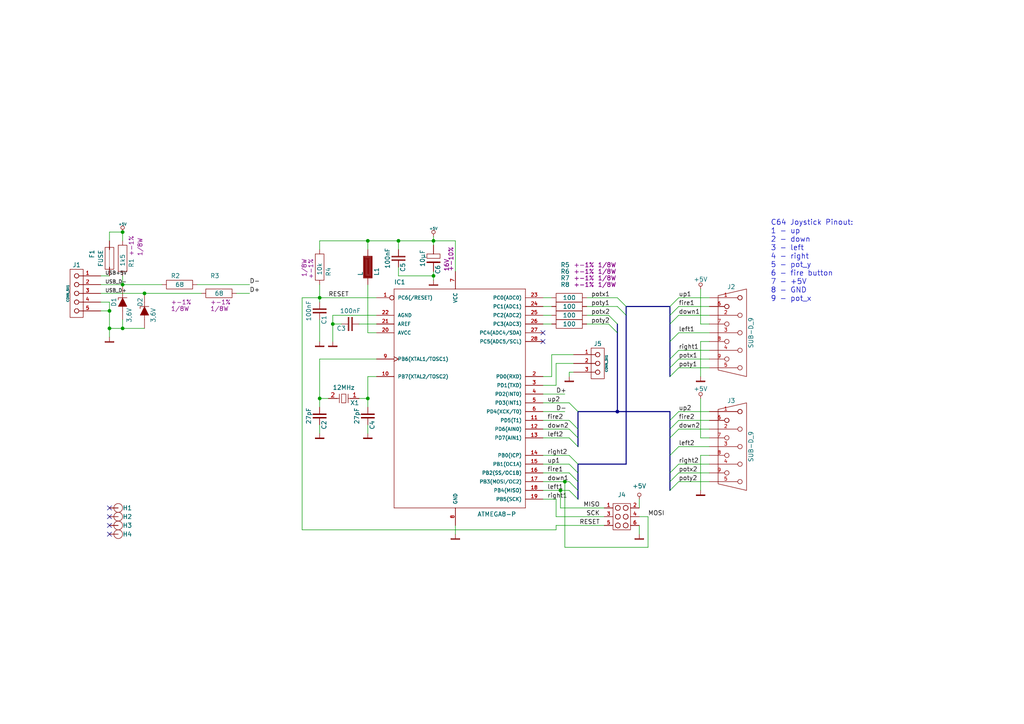
<source format=kicad_sch>
(kicad_sch (version 20231120) (generator "eeschema") (generator_version "8.0")
  (paper "A4")
  (title_block (title "C64 Dual Joystick Adapter USB") (date "2025-01-02") (rev "1") (company "irqmask"))
  (lib_symbols
    (symbol "connectors:CONN_3X1" (pin_names (offset 1.016) hide)
      (property "Reference" "J" (at 1.905 5.715 0))
      (property "Value" "CONN_3X1" (at 4.445 0 90))
      (symbol "CONN_3X1_0_1"
        (rectangle (start 0 4.445) (end 3.81 -4.445))
      )
      (symbol "CONN_3X1_1_1"
        (pin passive inverted (at -5.08 2.54 0) (length 7.62) (name "1") (number "1"))
        (pin passive inverted (at -5.08 0 0) (length 7.62) (name "2") (number "2"))
        (pin input inverted (at -5.08 -2.54 0) (length 7.62) (name "3") (number "3"))
      )
    )
    (symbol "connectors:CONN_3X2" (pin_names (offset 1.016) hide)
      (property "Reference" "J" (at 0 5.08 0))
      (property "Value" "CONN_3X2" (at 0 -5.08 0))
      (symbol "CONN_3X2_0_1"
        (rectangle (start -2.54 3.81) (end 2.54 -3.81))
        (circle (center -1.143 -2.54) (radius 0.7112))
        (circle (center -1.143 -2.54) (radius 0.7112))
        (circle (center -1.143 0) (radius 0.7112))
        (circle (center -1.143 0) (radius 0.7112))
        (circle (center -1.143 2.54) (radius 0.7112))
        (circle (center -1.143 2.54) (radius 0.7112))
        (circle (center 1.143 -2.54) (radius 0.7112))
        (circle (center 1.143 -2.54) (radius 0.7112))
        (circle (center 1.143 0) (radius 0.7112))
        (circle (center 1.143 0) (radius 0.7112))
        (circle (center 1.143 2.54) (radius 0.7112))
        (circle (center 1.143 2.54) (radius 0.7112))
        (pin passive line (at -5.08 2.54 0) (length 2.54) (name "1") (number "1"))
        (pin passive line (at 5.08 2.54 180) (length 2.54) (name "2") (number "2"))
        (pin passive line (at -5.08 0 0) (length 2.54) (name "3") (number "3"))
        (pin passive line (at 5.08 0 180) (length 2.54) (name "4") (number "4"))
        (pin passive line (at -5.08 -2.54 0) (length 2.54) (name "5") (number "5"))
        (pin passive line (at 5.08 -2.54 180) (length 2.54) (name "6") (number "6"))
      )
    )
    (symbol "connectors:CONN_5X1" (pin_names (offset 1.016) hide)
      (property "Reference" "J" (at 1.905 8.255 0))
      (property "Value" "CONN_5X1" (at 4.445 0 90))
      (symbol "CONN_5X1_0_1"
        (rectangle (start 0 6.985) (end 3.81 -6.985))
      )
      (symbol "CONN_5X1_1_1"
        (pin passive inverted (at -5.08 5.08 0) (length 7.62) (name "1") (number "1"))
        (pin passive inverted (at -5.08 2.54 0) (length 7.62) (name "2") (number "2"))
        (pin input inverted (at -5.08 0 0) (length 7.62) (name "3") (number "3"))
        (pin input inverted (at -5.08 -2.54 0) (length 7.62) (name "4") (number "4"))
        (pin input inverted (at -5.08 -5.08 0) (length 7.62) (name "5") (number "5"))
      )
    )
    (symbol "ics_controller_atmel:ATMEGA8-P" (pin_names (offset 1.016))
      (property "Reference" "IC" (at -17.78 31.75 0))
      (property "Value" "ATMEGA8-P" (at 6.35 -35.56 0))
      (symbol "ATMEGA8-P_1_0"
        (polyline (pts (xy -17.78 -33.02) (xy -17.78 30.48)))
        (polyline (pts (xy -17.78 30.48) (xy 20.32 30.48)))
        (polyline (pts (xy 20.32 -33.02) (xy -17.78 -33.02)))
        (polyline (pts (xy 20.32 30.48) (xy 20.32 -33.02)))
      )
      (symbol "ATMEGA8-P_1_1"
        (pin bidirectional inverted (at -22.86 27.94 0) (length 5.08) (name "PC6(/RESET)") (number "1"))
        (pin bidirectional line (at -22.86 5.08 0) (length 5.08) (name "PB7(XTAL2/TOSC2)") (number "10"))
        (pin bidirectional line (at 25.4 -7.62 180) (length 5.08) (name "PD5(T1)") (number "11"))
        (pin bidirectional line (at 25.4 -10.16 180) (length 5.08) (name "PD6(AIN0)") (number "12"))
        (pin bidirectional line (at 25.4 -12.7 180) (length 5.08) (name "PD7(AIN1)") (number "13"))
        (pin bidirectional line (at 25.4 -17.78 180) (length 5.08) (name "PB0(ICP)") (number "14"))
        (pin bidirectional line (at 25.4 -20.32 180) (length 5.08) (name "PB1(OC1A)") (number "15"))
        (pin bidirectional line (at 25.4 -22.86 180) (length 5.08) (name "PB2(SS/OC1B)") (number "16"))
        (pin bidirectional line (at 25.4 -25.4 180) (length 5.08) (name "PB3(MOSI/OC2)") (number "17"))
        (pin bidirectional line (at 25.4 -27.94 180) (length 5.08) (name "PB4(MISO)") (number "18"))
        (pin bidirectional line (at 25.4 -30.48 180) (length 5.08) (name "PB5(SCK)") (number "19"))
        (pin bidirectional line (at 25.4 5.08 180) (length 5.08) (name "PD0(RXD)") (number "2"))
        (pin bidirectional line (at -22.86 17.78 0) (length 5.08) (name "AVCC") (number "20"))
        (pin bidirectional line (at -22.86 20.32 0) (length 5.08) (name "AREF") (number "21"))
        (pin bidirectional line (at -22.86 22.86 0) (length 5.08) (name "AGND") (number "22"))
        (pin bidirectional line (at 25.4 27.94 180) (length 5.08) (name "PC0(ADC0)") (number "23"))
        (pin bidirectional line (at 25.4 25.4 180) (length 5.08) (name "PC1(ADC1)") (number "24"))
        (pin bidirectional line (at 25.4 22.86 180) (length 5.08) (name "PC2(ADC2)") (number "25"))
        (pin bidirectional line (at 25.4 20.32 180) (length 5.08) (name "PC3(ADC3)") (number "26"))
        (pin bidirectional line (at 25.4 17.78 180) (length 5.08) (name "PC4(ADC4/SDA)") (number "27"))
        (pin bidirectional line (at 25.4 15.24 180) (length 5.08) (name "PC5(ADC5/SCL)") (number "28"))
        (pin bidirectional line (at 25.4 2.54 180) (length 5.08) (name "PD1(TXD)") (number "3"))
        (pin bidirectional line (at 25.4 0 180) (length 5.08) (name "PD2(INT0)") (number "4"))
        (pin bidirectional line (at 25.4 -2.54 180) (length 5.08) (name "PD3(INT1)") (number "5"))
        (pin bidirectional line (at 25.4 -5.08 180) (length 5.08) (name "PD4(XCK/T0)") (number "6"))
        (pin bidirectional line (at 0 35.56 270) (length 5.08) (name "VCC") (number "7"))
        (pin bidirectional line (at 0 -38.1 90) (length 5.08) (name "GND") (number "8"))
        (pin bidirectional clock (at -22.86 10.16 0) (length 5.08) (name "PB6(XTAL1/TOSC1)") (number "9"))
      )
    )
    (symbol "power1:+5V" (power) (pin_names (offset 1.016))
      (property "Value" "+5V" (at 0 2.794 0))
      (symbol "+5V_0_0"
        (pin power_in line (at 0 0 90) (length 0) hide (name "+5V") (number "1"))
      )
      (symbol "+5V_0_1"
        (polyline (pts (xy 0 0) (xy 0 0.762) (xy 0 0.762) (xy 0 0.762)))
        (circle (center 0 1.27) (radius 0.508))
      )
    )
    (symbol "power1:GND" (power) (pin_names (offset 0.254))
      (symbol "GND_0_1"
        (polyline (pts (xy 0 0) (xy 0 -1.27) (xy 0 -1.27)))
        (polyline (pts (xy 1.27 -1.397) (xy -1.27 -1.397) (xy -1.27 -1.397)))
        (polyline (pts (xy 1.27 -1.27) (xy -1.27 -1.27) (xy -1.27 -1.27)))
        (polyline (pts (xy 1.27 -1.27) (xy 1.27 -1.524) (xy -1.27 -1.524) (xy -1.27 -1.27) (xy -1.27 -1.27)))
      )
      (symbol "GND_1_1"
        (pin power_in line (at 0 0 90) (length 0) hide (name "GND") (number "1"))
      )
    )
    (symbol "standard:C" (pin_numbers hide) (pin_names (offset 1.016) hide)
      (property "Reference" "C" (at 1.27 1.27 0))
      (property "Value" "C" (at 0 -3.175 0))
      (symbol "C_0_1"
        (polyline (pts (xy -0.508 -1.905) (xy -0.508 1.905) (xy -0.508 1.905)))
        (polyline (pts (xy -0.381 -1.905) (xy -0.635 -1.905) (xy -0.635 -1.905)))
        (polyline (pts (xy -0.381 1.905) (xy -0.635 1.905) (xy -0.635 1.905)))
        (polyline (pts (xy -0.381 1.905) (xy -0.381 -1.905) (xy -0.381 -1.905)))
        (polyline (pts (xy 0.381 1.905) (xy 0.381 -1.905) (xy 0.381 -1.905)))
        (polyline (pts (xy 0.508 -1.905) (xy 0.508 1.905) (xy 0.508 1.905)))
        (polyline (pts (xy 0.635 -1.905) (xy 0.381 -1.905) (xy 0.381 -1.905)))
        (polyline (pts (xy 0.635 -1.905) (xy 0.635 1.905) (xy 0.635 1.905)))
        (polyline (pts (xy 0.635 1.905) (xy 0.381 1.905) (xy 0.381 1.905)))
        (polyline (pts (xy -0.635 1.905) (xy -0.635 -1.905) (xy -0.635 -1.905) (xy -0.635 -1.905)))
      )
      (symbol "C_1_1"
        (pin input line (at -2.54 0 0) (length 1.905) (name "1") (number "1"))
        (pin input line (at 2.54 0 180) (length 1.905) (name "2") (number "2"))
      )
    )
    (symbol "standard:CP" (pin_numbers hide) (pin_names (offset 1.016) hide)
      (property "Reference" "C" (at 0 -3.175 0))
      (property "Value" "CP" (at 0 3.175 0))
      (property "Voltage" "35V" (at 0 4.826 0))
      (property "Tolrance" "+-10%" (at 0 6.477 0))
      (symbol "CP_0_1"
        (polyline (pts (xy 1.016 -1.905) (xy 1.27 -1.905) (xy 1.27 -1.905)))
        (polyline (pts (xy 1.016 1.905) (xy 1.27 1.905) (xy 1.27 1.905)))
        (polyline (pts (xy 1.143 1.905) (xy 1.143 -1.905) (xy 1.143 -1.905)))
        (polyline (pts (xy 1.27 -1.905) (xy 1.27 1.905) (xy 1.27 1.905)))
        (polyline (pts (xy 1.016 1.905) (xy 1.016 -1.905) (xy 1.016 -1.905) (xy 1.016 -1.905)))
        (polyline (pts (xy 1.016 1.27) (xy 1.016 -1.27) (xy 1.016 -1.27) (xy 1.016 -1.27) (xy 1.016 -1.27) (xy 1.016 -1.27)))
        (rectangle (start 0 1.905) (end -1.27 -1.905))
      )
      (symbol "CP_1_1"
        (pin input line (at -3.81 0 0) (length 2.54) (name "1") (number "1"))
        (pin input line (at 3.81 0 180) (length 2.54) (name "2") (number "2"))
      )
    )
    (symbol "standard:CRYSTAL" (pin_names (offset 1.016))
      (property "Reference" "U" (at 4.445 2.54 0))
      (property "Value" "CRYSTAL" (at 4.445 -2.54 0))
      (symbol "CRYSTAL_0_1"
        (polyline (pts (xy 2.54 0) (xy 3.175 0) (xy 3.175 0)))
        (polyline (pts (xy 3.175 1.27) (xy 3.175 -1.27) (xy 3.175 -1.27)))
        (polyline (pts (xy 5.715 1.27) (xy 5.715 -1.27) (xy 5.715 -1.27)))
        (polyline (pts (xy 6.35 0) (xy 5.715 0) (xy 5.715 0)))
        (rectangle (start 3.81 1.27) (end 5.08 -1.27))
      )
      (symbol "CRYSTAL_1_1"
        (pin output line (at 0 0 0) (length 2.54) (name "~") (number "1"))
        (pin output line (at 8.89 0 180) (length 2.54) (name "~") (number "2"))
      )
    )
    (symbol "standard:HOLE" (pin_numbers hide) (pin_names (offset 1.016) hide)
      (property "Reference" "H" (at 2.54 0 0))
      (symbol "HOLE_0_1"
        (circle (center 1.27 0) (radius 1.27))
      )
      (symbol "HOLE_1_1"
        (pin unspecified line (at -1.27 0 0) (length 2.54) (name "~") (number "1"))
      )
    )
    (symbol "standard:L" (pin_numbers hide) (pin_names (offset 1.016) hide)
      (property "Reference" "L" (at -2.54 -2.54 0))
      (property "Value" "L" (at -2.54 2.159 0))
      (symbol "L_0_1"
        (rectangle (start -3.175 1.27) (end 3.175 -1.27))
        (rectangle (start -2.921 1.016) (end 2.921 -1.016))
        (rectangle (start -2.667 0.762) (end 2.667 -0.762))
        (rectangle (start -2.413 0.508) (end 2.413 -0.508))
        (rectangle (start -2.159 0.254) (end 2.159 -0.254))
        (rectangle (start -1.905 0) (end 1.905 0))
        (rectangle (start 2.032 -0.127) (end -2.032 0.127))
        (rectangle (start 2.286 -0.381) (end -2.286 0.381))
        (rectangle (start 2.54 -0.635) (end -2.54 0.635))
        (rectangle (start 2.794 -0.889) (end -2.794 0.889))
        (rectangle (start 3.048 -1.143) (end -3.048 1.143))
      )
      (symbol "L_1_1"
        (pin bidirectional line (at -5.08 0 0) (length 1.905) (name "1") (number "1"))
        (pin bidirectional line (at 5.08 0 180) (length 1.905) (name "2") (number "2"))
      )
    )
    (symbol "standard:R" (pin_numbers hide) (pin_names (offset 1.016) hide)
      (property "Reference" "R" (at 0 -2.54 0))
      (property "Value" "R" (at 0 0 0))
      (symbol "R_0_1"
        (rectangle (start -3.81 1.27) (end 3.81 -1.27))
      )
      (symbol "R_1_1"
        (pin passive line (at -5.08 0 0) (length 1.27) (name "1") (number "1"))
        (pin passive line (at 5.08 0 180) (length 1.27) (name "2") (number "2"))
      )
    )
    (symbol "standard:ZD" (pin_numbers hide) (pin_names (offset 1.016) hide)
      (property "Reference" "D" (at 0 2.54 0))
      (property "Value" "ZD" (at 0 -1.905 0))
      (symbol "ZD_0_1"
        (polyline (pts (xy -1.27 0) (xy -2.54 0) (xy -2.54 0)))
        (polyline (pts (xy 1.27 -1.27) (xy 1.27 1.27) (xy 0.635 1.27)))
        (polyline (pts (xy 1.27 0) (xy -1.27 -1.27) (xy -1.27 1.27) (xy 1.27 0) (xy 1.27 0)) (stroke (width 0.0254)) (fill (type outline)))
        (polyline (pts (xy 2.54 0) (xy 1.27 0) (xy 1.27 0) (xy 1.27 0) (xy 1.27 0)))
      )
      (symbol "ZD_1_1"
        (pin input line (at -5.08 0 0) (length 2.54) (name "A") (number "1"))
        (pin input line (at 5.08 0 180) (length 2.54) (name "C") (number "2"))
      )
    )
    (symbol "c64-dual-joystick-usb-rescue:FUSE" (pin_numbers hide) (pin_names (offset 1.016) hide)
      (property "Reference" "F" (at 0 2.54 0))
      (property "Value" "FUSE" (at 0 -2.54 0))
      (symbol "FUSE_0_1"
        (rectangle (start -3.175 1.27) (end 3.175 -1.27) (stroke (width 0.1524)))
        (polyline (pts (xy -3.175 0) (xy 3.175 0) (xy 3.175 0)) (stroke (width 0.1016)))
      )
      (symbol "FUSE_1_1"
        (pin input line (at -5.08 0 0) (length 2.54) (name "1") (number "1"))
        (pin input line (at 5.08 0 180) (length 2.54) (name "2") (number "2"))
      )
    )
    (symbol "c64-dual-joystick-usb-rescue:SUB-D_9" (pin_names (offset 1.016) hide)
      (property "Reference" "J" (at 0 13.335 0))
      (property "Value" "SUB-D_9" (at 5.715 0 90))
      (symbol "SUB-D_9_0_1"
        (polyline (pts (xy -3.81 10.795) (xy 4.445 12.7) (xy 4.445 -12.7) (xy -3.81 -10.795) (xy -3.81 10.795) (xy -3.81 10.795)))
      )
      (symbol "SUB-D_9_1_1"
        (pin passive inverted (at -6.35 10.16 0) (length 9.525) (name "1") (number "1"))
        (pin passive inverted (at -6.35 10.16 0) (length 9.525) (name "1") (number "1"))
        (pin input inverted (at -6.35 5.08 0) (length 9.525) (name "2") (number "2"))
        (pin input inverted (at -6.35 0 0) (length 9.525) (name "3") (number "3"))
        (pin input inverted (at -6.35 -5.08 0) (length 9.525) (name "4") (number "4"))
        (pin input inverted (at -6.35 -10.16 0) (length 9.525) (name "5") (number "5"))
        (pin passive inverted (at -6.35 7.62 0) (length 5.715) (name "6") (number "6"))
        (pin passive inverted (at -6.35 7.62 0) (length 5.715) (name "6") (number "6"))
        (pin input inverted (at -6.35 2.54 0) (length 5.715) (name "7") (number "7"))
        (pin input inverted (at -6.35 -2.54 0) (length 5.715) (name "8") (number "8"))
        (pin input inverted (at -6.35 -7.62 0) (length 5.715) (name "9") (number "9"))
      )
    )
  )
  (junction (at 92.71 115.57))
  (junction (at 125.73 69.85))
  (junction (at 35.56 95.25))
  (junction (at 162.56 142.24))
  (junction (at 163.83 139.7))
  (junction (at 31.75 95.25))
  (junction (at 179.07 119.38))
  (junction (at 96.52 93.98))
  (junction (at 35.56 82.55))
  (junction (at 106.68 69.85))
  (junction (at 41.91 85.09))
  (junction (at 106.68 115.57))
  (junction (at 125.73 80.01))
  (junction (at 35.56 67.31))
  (junction (at 92.71 86.36))
  (junction (at 31.75 90.17))
  (junction (at 115.57 69.85))
  (no_connect (at 31.75 154.94))
  (no_connect (at 157.48 96.52))
  (no_connect (at 31.75 149.86))
  (no_connect (at 157.48 99.06))
  (no_connect (at 31.75 152.4))
  (no_connect (at 31.75 147.32))
  (bus_entry (at 165.1 121.92) (size 2.54 2.54))
  (bus_entry (at 194.31 88.9) (size 2.54 -2.54))
  (bus_entry (at 194.31 93.98) (size 2.54 -2.54))
  (bus_entry (at 176.53 91.44) (size 2.54 2.54))
  (bus_entry (at 179.07 86.36) (size 2.54 2.54))
  (bus_entry (at 194.31 132.08) (size 2.54 -2.54))
  (bus_entry (at 194.31 142.24) (size 2.54 -2.54))
  (bus_entry (at 194.31 104.14) (size 2.54 -2.54))
  (bus_entry (at 194.31 124.46) (size 2.54 -2.54))
  (bus_entry (at 194.31 139.7) (size 2.54 -2.54))
  (bus_entry (at 176.53 93.98) (size 2.54 2.54))
  (bus_entry (at 165.1 127) (size 2.54 2.54))
  (bus_entry (at 194.31 91.44) (size 2.54 -2.54))
  (bus_entry (at 179.07 88.9) (size 2.54 2.54))
  (bus_entry (at 165.1 124.46) (size 2.54 2.54))
  (bus_entry (at 194.31 106.68) (size 2.54 -2.54))
  (bus_entry (at 194.31 99.06) (size 2.54 -2.54))
  (bus_entry (at 165.1 132.08) (size 2.54 2.54))
  (bus_entry (at 165.1 139.7) (size 2.54 2.54))
  (bus_entry (at 194.31 137.16) (size 2.54 -2.54))
  (bus_entry (at 194.31 121.92) (size 2.54 -2.54))
  (bus_entry (at 165.1 142.24) (size 2.54 2.54))
  (bus_entry (at 194.31 109.22) (size 2.54 -2.54))
  (bus_entry (at 194.31 127) (size 2.54 -2.54))
  (bus_entry (at 165.1 134.62) (size 2.54 2.54))
  (bus_entry (at 165.1 116.84) (size 2.54 2.54))
  (bus_entry (at 165.1 137.16) (size 2.54 2.54))
  (wire (pts (xy 31.75 95.25) (xy 35.56 95.25)))
  (wire (pts (xy 132.08 154.94) (xy 132.08 152.4)))
  (wire (pts (xy 196.85 129.54) (xy 205.74 129.54)))
  (wire (pts (xy 46.99 82.55) (xy 35.56 82.55)))
  (wire (pts (xy 162.56 142.24) (xy 165.1 142.24)))
  (wire (pts (xy 179.07 86.36) (xy 170.18 86.36)))
  (wire (pts (xy 41.91 85.09) (xy 29.21 85.09)))
  (wire (pts (xy 205.74 124.46) (xy 196.85 124.46)))
  (wire (pts (xy 31.75 95.25) (xy 31.75 97.79)))
  (wire (pts (xy 31.75 69.85) (xy 31.75 67.31)))
  (wire (pts (xy 161.29 144.78) (xy 157.48 144.78)))
  (wire (pts (xy 157.48 86.36) (xy 160.02 86.36)))
  (wire (pts (xy 157.48 132.08) (xy 165.1 132.08)))
  (wire (pts (xy 29.21 87.63) (xy 31.75 87.63)))
  (bus (pts (xy 194.31 127) (xy 194.31 132.08)))
  (wire (pts (xy 196.85 104.14) (xy 205.74 104.14)))
  (wire (pts (xy 92.71 69.85) (xy 106.68 69.85)))
  (wire (pts (xy 157.48 88.9) (xy 160.02 88.9)))
  (wire (pts (xy 185.42 152.4) (xy 185.42 154.94)))
  (bus (pts (xy 194.31 88.9) (xy 181.61 88.9)))
  (wire (pts (xy 161.29 149.86) (xy 161.29 144.78)))
  (bus (pts (xy 167.64 142.24) (xy 167.64 144.78)))
  (wire (pts (xy 115.57 69.85) (xy 115.57 72.39)))
  (wire (pts (xy 185.42 144.78) (xy 185.42 147.32)))
  (wire (pts (xy 205.74 93.98) (xy 203.2 93.98)))
  (wire (pts (xy 29.21 90.17) (xy 31.75 90.17)))
  (bus (pts (xy 167.64 137.16) (xy 167.64 139.7)))
  (wire (pts (xy 196.85 121.92) (xy 205.74 121.92)))
  (wire (pts (xy 157.48 124.46) (xy 165.1 124.46)))
  (bus (pts (xy 194.31 121.92) (xy 194.31 124.46)))
  (wire (pts (xy 162.56 147.32) (xy 162.56 142.24)))
  (wire (pts (xy 72.39 85.09) (xy 68.58 85.09)))
  (wire (pts (xy 161.29 152.4) (xy 161.29 153.67)))
  (wire (pts (xy 92.71 86.36) (xy 87.63 86.36)))
  (wire (pts (xy 125.73 80.01) (xy 125.73 81.28)))
  (wire (pts (xy 205.74 86.36) (xy 196.85 86.36)))
  (bus (pts (xy 194.31 119.38) (xy 179.07 119.38)))
  (wire (pts (xy 157.48 127) (xy 165.1 127)))
  (bus (pts (xy 167.64 139.7) (xy 167.64 142.24)))
  (wire (pts (xy 31.75 67.31) (xy 35.56 67.31)))
  (bus (pts (xy 167.64 127) (xy 167.64 129.54)))
  (wire (pts (xy 115.57 80.01) (xy 115.57 77.47)))
  (wire (pts (xy 175.26 149.86) (xy 161.29 149.86)))
  (wire (pts (xy 196.85 101.6) (xy 205.74 101.6)))
  (wire (pts (xy 95.25 115.57) (xy 92.71 115.57)))
  (wire (pts (xy 109.22 96.52) (xy 106.68 96.52)))
  (wire (pts (xy 106.68 109.22) (xy 109.22 109.22)))
  (wire (pts (xy 157.48 114.3) (xy 163.83 114.3)))
  (wire (pts (xy 203.2 93.98) (xy 203.2 83.82)))
  (bus (pts (xy 167.64 134.62) (xy 167.64 137.16)))
  (wire (pts (xy 92.71 82.55) (xy 92.71 86.36)))
  (wire (pts (xy 125.73 80.01) (xy 115.57 80.01)))
  (wire (pts (xy 165.1 107.95) (xy 165.1 109.22)))
  (wire (pts (xy 157.48 119.38) (xy 163.83 119.38)))
  (wire (pts (xy 170.18 93.98) (xy 176.53 93.98)))
  (bus (pts (xy 194.31 91.44) (xy 194.31 88.9)))
  (wire (pts (xy 92.71 69.85) (xy 92.71 72.39)))
  (wire (pts (xy 35.56 82.55) (xy 35.56 80.01)))
  (wire (pts (xy 106.68 123.19) (xy 106.68 125.73)))
  (bus (pts (xy 194.31 93.98) (xy 194.31 91.44)))
  (wire (pts (xy 109.22 91.44) (xy 96.52 91.44)))
  (wire (pts (xy 57.15 82.55) (xy 72.39 82.55)))
  (wire (pts (xy 203.2 99.06) (xy 205.74 99.06)))
  (wire (pts (xy 157.48 93.98) (xy 160.02 93.98)))
  (wire (pts (xy 196.85 91.44) (xy 205.74 91.44)))
  (wire (pts (xy 166.37 107.95) (xy 165.1 107.95)))
  (wire (pts (xy 35.56 82.55) (xy 29.21 82.55)))
  (wire (pts (xy 157.48 137.16) (xy 165.1 137.16)))
  (bus (pts (xy 194.31 106.68) (xy 194.31 104.14)))
  (wire (pts (xy 196.85 88.9) (xy 205.74 88.9)))
  (wire (pts (xy 157.48 91.44) (xy 160.02 91.44)))
  (wire (pts (xy 161.29 111.76) (xy 161.29 105.41)))
  (wire (pts (xy 205.74 139.7) (xy 196.85 139.7)))
  (bus (pts (xy 194.31 132.08) (xy 194.31 137.16)))
  (bus (pts (xy 194.31 119.38) (xy 194.31 121.92)))
  (wire (pts (xy 132.08 69.85) (xy 132.08 78.74)))
  (wire (pts (xy 35.56 95.25) (xy 41.91 95.25)))
  (wire (pts (xy 163.83 139.7) (xy 163.83 158.75)))
  (wire (pts (xy 87.63 153.67) (xy 161.29 153.67)))
  (wire (pts (xy 109.22 93.98) (xy 104.14 93.98)))
  (bus (pts (xy 167.64 124.46) (xy 167.64 127)))
  (wire (pts (xy 92.71 99.06) (xy 92.71 92.71)))
  (wire (pts (xy 157.48 134.62) (xy 165.1 134.62)))
  (bus (pts (xy 194.31 137.16) (xy 194.31 139.7)))
  (wire (pts (xy 125.73 68.58) (xy 125.73 69.85)))
  (wire (pts (xy 196.85 96.52) (xy 205.74 96.52)))
  (wire (pts (xy 170.18 91.44) (xy 176.53 91.44)))
  (wire (pts (xy 31.75 90.17) (xy 31.75 95.25)))
  (wire (pts (xy 96.52 93.98) (xy 99.06 93.98)))
  (wire (pts (xy 161.29 152.4) (xy 175.26 152.4)))
  (wire (pts (xy 35.56 92.71) (xy 35.56 95.25)))
  (wire (pts (xy 203.2 127) (xy 203.2 115.57)))
  (bus (pts (xy 194.31 104.14) (xy 194.31 99.06)))
  (wire (pts (xy 58.42 85.09) (xy 41.91 85.09)))
  (wire (pts (xy 106.68 118.11) (xy 106.68 115.57)))
  (wire (pts (xy 35.56 67.31) (xy 35.56 69.85)))
  (wire (pts (xy 104.14 115.57) (xy 106.68 115.57)))
  (wire (pts (xy 106.68 69.85) (xy 106.68 72.39)))
  (wire (pts (xy 205.74 137.16) (xy 196.85 137.16)))
  (wire (pts (xy 157.48 121.92) (xy 165.1 121.92)))
  (wire (pts (xy 157.48 142.24) (xy 162.56 142.24)))
  (wire (pts (xy 203.2 109.22) (xy 203.2 99.06)))
  (wire (pts (xy 157.48 109.22) (xy 160.02 109.22)))
  (wire (pts (xy 187.96 149.86) (xy 187.96 158.75)))
  (wire (pts (xy 161.29 105.41) (xy 166.37 105.41)))
  (wire (pts (xy 96.52 93.98) (xy 96.52 99.06)))
  (wire (pts (xy 160.02 102.87) (xy 166.37 102.87)))
  (bus (pts (xy 194.31 99.06) (xy 194.31 93.98)))
  (wire (pts (xy 87.63 86.36) (xy 87.63 153.67)))
  (wire (pts (xy 125.73 69.85) (xy 125.73 71.12)))
  (wire (pts (xy 157.48 139.7) (xy 163.83 139.7)))
  (bus (pts (xy 167.64 119.38) (xy 167.64 124.46)))
  (wire (pts (xy 109.22 104.14) (xy 92.71 104.14)))
  (wire (pts (xy 31.75 87.63) (xy 31.75 90.17)))
  (bus (pts (xy 179.07 96.52) (xy 179.07 93.98)))
  (wire (pts (xy 205.74 127) (xy 203.2 127)))
  (wire (pts (xy 175.26 147.32) (xy 162.56 147.32)))
  (wire (pts (xy 109.22 86.36) (xy 92.71 86.36)))
  (wire (pts (xy 185.42 149.86) (xy 187.96 149.86)))
  (wire (pts (xy 29.21 80.01) (xy 31.75 80.01)))
  (bus (pts (xy 181.61 134.62) (xy 181.61 91.44)))
  (wire (pts (xy 92.71 104.14) (xy 92.71 115.57)))
  (wire (pts (xy 106.68 96.52) (xy 106.68 82.55)))
  (wire (pts (xy 96.52 91.44) (xy 96.52 93.98)))
  (wire (pts (xy 163.83 158.75) (xy 187.96 158.75)))
  (bus (pts (xy 194.31 139.7) (xy 194.31 142.24)))
  (wire (pts (xy 125.73 78.74) (xy 125.73 80.01)))
  (wire (pts (xy 163.83 139.7) (xy 165.1 139.7)))
  (bus (pts (xy 194.31 124.46) (xy 194.31 127)))
  (wire (pts (xy 106.68 115.57) (xy 106.68 109.22)))
  (wire (pts (xy 203.2 142.24) (xy 203.2 132.08)))
  (wire (pts (xy 203.2 132.08) (xy 205.74 132.08)))
  (wire (pts (xy 157.48 116.84) (xy 165.1 116.84)))
  (wire (pts (xy 125.73 69.85) (xy 132.08 69.85)))
  (wire (pts (xy 205.74 106.68) (xy 196.85 106.68)))
  (wire (pts (xy 160.02 109.22) (xy 160.02 102.87)))
  (wire (pts (xy 92.71 123.19) (xy 92.71 125.73)))
  (wire (pts (xy 205.74 119.38) (xy 196.85 119.38)))
  (wire (pts (xy 92.71 115.57) (xy 92.71 118.11)))
  (bus (pts (xy 181.61 91.44) (xy 181.61 88.9)))
  (bus (pts (xy 179.07 119.38) (xy 167.64 119.38)))
  (wire (pts (xy 157.48 111.76) (xy 161.29 111.76)))
  (wire (pts (xy 106.68 69.85) (xy 115.57 69.85)))
  (wire (pts (xy 92.71 86.36) (xy 92.71 87.63)))
  (bus (pts (xy 167.64 134.62) (xy 181.61 134.62)))
  (bus (pts (xy 179.07 119.38) (xy 179.07 96.52)))
  (wire (pts (xy 179.07 88.9) (xy 170.18 88.9)))
  (bus (pts (xy 194.31 109.22) (xy 194.31 106.68)))
  (wire (pts (xy 115.57 69.85) (xy 125.73 69.85)))
  (wire (pts (xy 196.85 134.62) (xy 205.74 134.62)))
  (text "C64 Joystick Pinout:\n1 - up\n2 - down\n3 - left\n4 - right\n5 - pot_y\n6 - fire button\n7 - +5V\n8 - GND\n9 - pot_x" (at 223.52 87.63 0) (effects (font (size 1.524 1.524)) (justify left bottom)))
  (label "potx1" (at 171.45 86.36 0))
  (label "down1" (at 158.75 139.7 0))
  (label "down1" (at 196.85 91.44 0))
  (label "up1" (at 158.75 134.62 0))
  (label "poty2" (at 171.45 93.98 0))
  (label "right2" (at 158.75 132.08 0))
  (label "down2" (at 196.85 124.46 0))
  (label "fire1" (at 196.85 88.9 0))
  (label "USB_D+" (at 30.48 85.09 0) (effects (font (size 1.016 1.016))))
  (label "up1" (at 196.85 86.36 0))
  (label "D+" (at 161.29 114.3 0))
  (label "fire2" (at 196.85 121.92 0))
  (label "right1" (at 196.85 101.6 0))
  (label "down2" (at 158.75 124.46 0))
  (label "potx2" (at 171.45 91.44 0))
  (label "potx1" (at 196.85 104.14 0))
  (label "fire2" (at 158.75 121.92 0))
  (label "potx2" (at 196.85 137.16 0))
  (label "poty2" (at 196.85 139.7 0))
  (label "D-" (at 161.29 119.38 0))
  (label "up2" (at 196.85 119.38 0))
  (label "RESET" (at 95.25 86.36 0))
  (label "MOSI" (at 187.96 149.86 0))
  (label "USB_D-" (at 30.48 82.55 0) (effects (font (size 1.016 1.016))))
  (label "fire1" (at 158.75 137.16 0))
  (label "RESET" (at 173.99 152.4 180))
  (label "up2" (at 158.75 116.84 0))
  (label "left2" (at 196.85 129.54 0))
  (label "left1" (at 158.75 142.24 0))
  (label "right2" (at 196.85 134.62 0))
  (label "D-" (at 72.39 82.55 0))
  (label "MISO" (at 173.99 147.32 180))
  (label "SCK" (at 173.99 149.86 180))
  (label "D+" (at 72.39 85.09 0))
  (label "left2" (at 158.75 127 0))
  (label "poty1" (at 196.85 106.68 0))
  (label "left1" (at 196.85 96.52 0))
  (label "USB+5V" (at 30.48 80.01 0) (effects (font (size 1.016 1.016))))
  (label "right1" (at 158.75 144.78 0))
  (label "poty1" (at 171.45 88.9 0))
  (symbol (lib_id "ics_controller_atmel:ATMEGA8-P") (at 132.08 114.3 0) (unit 1)
    (property "Reference" "IC1" (at 114.3 82.55 0) (effects (justify left bottom)))
    (property "Value" "ATMEGA8-P" (at 138.43 149.86 0) (effects (justify left bottom)))
    (property "Footprint" "DIL28" (effects (hide yes)))
  )
  (symbol (lib_id "standard:CRYSTAL") (at 104.14 115.57 180) (unit 1)
    (property "Reference" "X1" (at 102.87 116.84 0))
    (property "Value" "12MHz" (at 99.695 112.395 0))
  )
  (symbol (lib_id "standard:C") (at 92.71 120.65 270) (unit 1)
    (property "Reference" "C2" (at 93.98 121.92 0) (effects (justify left)))
    (property "Value" "27pF" (at 89.535 120.65 0))
  )
  (symbol (lib_id "standard:C") (at 106.68 120.65 270) (unit 1)
    (property "Reference" "C4" (at 107.95 121.92 0) (effects (justify left)))
    (property "Value" "27pF" (at 103.505 120.65 0))
  )
  (symbol (lib_id "standard:R") (at 92.71 77.47 270) (unit 1)
    (property "Reference" "R4" (at 95.25 77.47 0) (effects (justify left)))
    (property "Value" "10k" (at 92.71 76.2 0) (effects (justify left)))
    (property "Tolerance" "+-1%" (at 90.17 74.93 0) (effects (justify left)))
    (property "Nom. Power" "1/8W" (at 88.265 74.93 0) (effects (justify left)))
  )
  (symbol (lib_id "standard:R") (at 63.5 85.09 0) (unit 1)
    (property "Reference" "R3" (at 60.96 80.01 0) (effects (justify left)))
    (property "Value" "68" (at 62.23 85.09 0) (effects (justify left)))
    (property "Tolerance" "+-1%" (at 60.96 87.63 0) (effects (justify left)))
    (property "Nom. Power" "1/8W" (at 60.96 89.535 0) (effects (justify left)))
  )
  (symbol (lib_id "standard:R") (at 52.07 82.55 0) (unit 1)
    (property "Reference" "R2" (at 49.53 80.01 0) (effects (justify left)))
    (property "Value" "68" (at 50.8 82.55 0) (effects (justify left)))
    (property "Tolerance" "+-1%" (at 49.53 87.63 0) (effects (justify left)))
    (property "Nom. Power" "1/8W" (at 49.53 89.535 0) (effects (justify left)))
  )
  (symbol (lib_id "standard:R") (at 35.56 74.93 270) (unit 1)
    (property "Reference" "R1" (at 38.1 74.93 0) (effects (justify left)))
    (property "Value" "1k5" (at 35.56 73.66 0) (effects (justify left)))
    (property "Tolerance" "+-1%" (at 38.1 74.295 0) (effects (justify right)))
    (property "Nom. Power" "1/8W" (at 40.64 74.295 0) (effects (justify right)))
  )
  (symbol (lib_id "standard:CP") (at 125.73 74.93 270) (unit 1)
    (property "Reference" "C6" (at 127 76.835 0) (effects (justify left)))
    (property "Value" "10µF" (at 122.555 74.93 0))
    (property "Voltage" "16V" (at 129.54 78.74 0) (effects (justify right)))
    (property "Tolrance" "+-10%" (at 130.81 78.74 0) (effects (justify right)))
  )
  (symbol (lib_id "c64-dual-joystick-usb-rescue:SUB-D_9") (at 212.09 96.52 0) (unit 1)
    (property "Reference" "J2" (at 212.09 83.185 0))
    (property "Value" "SUB-D_9" (at 217.805 96.52 90))
  )
  (symbol (lib_id "connectors:CONN_5X1") (at 24.13 85.09 0) (mirror y) (unit 1)
    (property "Reference" "J1" (at 22.225 76.835 0))
    (property "Value" "CONN_5X1" (at 19.685 85.09 90) (effects (font (size 0.635 0.635))))
  )
  (symbol (lib_id "power1:GND") (at 106.68 125.73 0) (unit 1)
    (property "Reference" "#PWR015" (effects (hide yes)))
    (property "Value" "GND" (effects (hide yes)))
  )
  (symbol (lib_id "power1:GND") (at 92.71 125.73 0) (unit 1)
    (property "Reference" "#PWR014" (effects (hide yes)))
    (property "Value" "GND" (effects (hide yes)))
  )
  (symbol (lib_id "power1:+5V") (at 125.73 68.58 0) (unit 1)
    (property "Reference" "#PWR013" (effects (hide yes)))
    (property "Value" "+5V" (at 125.73 66.294 0) (effects (font (size 0.762 0.762))))
  )
  (symbol (lib_id "power1:GND") (at 132.08 154.94 0) (unit 1)
    (property "Reference" "#PWR012" (effects (hide yes)))
    (property "Value" "GND" (effects (hide yes)))
  )
  (symbol (lib_id "power1:+5V") (at 35.56 67.31 0) (unit 1)
    (property "Reference" "#PWR011" (effects (hide yes)))
    (property "Value" "+5V" (at 35.56 65.024 0) (effects (font (size 0.762 0.762))))
  )
  (symbol (lib_id "power1:GND") (at 31.75 97.79 0) (unit 1)
    (property "Reference" "#PWR010" (effects (hide yes)))
    (property "Value" "GND" (effects (hide yes)))
  )
  (symbol (lib_id "standard:C") (at 115.57 74.93 270) (unit 1)
    (property "Reference" "C5" (at 116.84 76.2 0) (effects (justify left)))
    (property "Value" "100nF" (at 112.395 74.93 0))
  )
  (symbol (lib_id "power1:GND") (at 125.73 81.28 0) (unit 1)
    (property "Reference" "#PWR09" (effects (hide yes)))
    (property "Value" "GND" (effects (hide yes)))
  )
  (symbol (lib_id "connectors:CONN_3X2") (at 180.34 149.86 0) (unit 1)
    (property "Reference" "J4" (at 180.34 143.51 0))
    (property "Value" "CONN_3X2" (effects (hide yes)))
  )
  (symbol (lib_id "power1:+5V") (at 185.42 144.78 0) (unit 1)
    (property "Reference" "#PWR08" (effects (hide yes)))
    (property "Value" "+5V" (at 185.42 140.97 0))
  )
  (symbol (lib_id "power1:GND") (at 185.42 154.94 0) (unit 1)
    (property "Reference" "#PWR07" (effects (hide yes)))
    (property "Value" "GND" (effects (hide yes)))
  )
  (symbol (lib_id "standard:R") (at 165.1 86.36 0) (unit 1)
    (property "Reference" "R5" (at 162.56 76.835 0) (effects (justify left)))
    (property "Value" "100" (at 163.195 86.36 0) (effects (justify left)))
    (property "Tolerance" "+-1%" (at 166.37 76.835 0) (effects (justify left)))
    (property "Nom. Power" "1/8W" (at 173.355 76.835 0) (effects (justify left)))
  )
  (symbol (lib_id "standard:R") (at 165.1 88.9 0) (unit 1)
    (property "Reference" "R6" (at 162.56 78.74 0) (effects (justify left)))
    (property "Value" "100" (at 163.195 88.9 0) (effects (justify left)))
    (property "Tolerance" "+-1%" (at 166.37 78.74 0) (effects (justify left)))
    (property "Nom. Power" "1/8W" (at 173.355 78.74 0) (effects (justify left)))
  )
  (symbol (lib_id "standard:ZD") (at 35.56 87.63 90) (unit 1)
    (property "Reference" "D1" (at 33.02 87.63 0))
    (property "Value" "3,6V" (at 37.465 91.44 0))
  )
  (symbol (lib_id "standard:ZD") (at 41.91 90.17 90) (unit 1)
    (property "Reference" "D2" (at 40.64 87.63 0))
    (property "Value" "3,6V" (at 44.45 91.44 0))
  )
  (symbol (lib_id "c64-dual-joystick-usb-rescue:SUB-D_9") (at 212.09 129.54 0) (unit 1)
    (property "Reference" "J3" (at 212.09 116.205 0))
    (property "Value" "SUB-D_9" (at 217.805 129.54 90))
  )
  (symbol (lib_id "standard:R") (at 165.1 93.98 0) (unit 1)
    (property "Reference" "R8" (at 162.56 82.55 0) (effects (justify left)))
    (property "Value" "100" (at 163.195 93.98 0) (effects (justify left)))
    (property "Tolerance" "+-1%" (at 166.37 82.55 0) (effects (justify left)))
    (property "Nom. Power" "1/8W" (at 173.355 82.55 0) (effects (justify left)))
  )
  (symbol (lib_id "standard:R") (at 165.1 91.44 0) (unit 1)
    (property "Reference" "R7" (at 162.56 80.645 0) (effects (justify left)))
    (property "Value" "100" (at 163.195 91.44 0) (effects (justify left)))
    (property "Tolerance" "+-1%" (at 166.37 80.645 0) (effects (justify left)))
    (property "Nom. Power" "1/8W" (at 173.355 80.645 0) (effects (justify left)))
  )
  (symbol (lib_id "power1:+5V") (at 203.2 83.82 0) (unit 1)
    (property "Reference" "#PWR06" (effects (hide yes)))
    (property "Value" "+5V" (at 203.2 81.026 0))
  )
  (symbol (lib_id "power1:GND") (at 203.2 109.22 0) (unit 1)
    (property "Reference" "#PWR05" (effects (hide yes)))
    (property "Value" "GND" (effects (hide yes)))
  )
  (symbol (lib_id "power1:+5V") (at 203.2 115.57 0) (unit 1)
    (property "Reference" "#PWR04" (effects (hide yes)))
    (property "Value" "+5V" (at 203.2 112.776 0))
  )
  (symbol (lib_id "power1:GND") (at 203.2 142.24 0) (unit 1)
    (property "Reference" "#PWR03" (effects (hide yes)))
    (property "Value" "GND" (effects (hide yes)))
  )
  (symbol (lib_id "standard:L") (at 106.68 77.47 90) (unit 1)
    (property "Reference" "L1" (at 109.22 80.01 0) (effects (justify left)))
    (property "Value" "L" (at 104.521 80.01 0) (effects (justify left)))
  )
  (symbol (lib_id "standard:C") (at 101.6 93.98 180) (unit 1)
    (property "Reference" "C3" (at 100.33 95.25 0) (effects (justify left)))
    (property "Value" "100nF" (at 101.6 90.17 0))
  )
  (symbol (lib_id "power1:GND") (at 92.71 99.06 0) (unit 1)
    (property "Reference" "#PWR02" (effects (hide yes)))
    (property "Value" "GND" (effects (hide yes)))
  )
  (symbol (lib_id "standard:C") (at 92.71 90.17 270) (unit 1)
    (property "Reference" "C1" (at 93.98 91.44 0) (effects (justify left)))
    (property "Value" "100nF" (at 89.535 90.17 0))
  )
  (symbol (lib_id "power1:GND") (at 96.52 99.06 0) (unit 1)
    (property "Reference" "#PWR01" (effects (hide yes)))
    (property "Value" "GND" (effects (hide yes)))
  )
  (symbol (lib_id "c64-dual-joystick-usb-rescue:FUSE") (at 31.75 74.93 270) (unit 1)
    (property "Reference" "F1" (at 26.67 73.66 0))
    (property "Value" "FUSE" (at 29.21 74.93 0))
  )
  (symbol (lib_id "standard:HOLE") (at 33.02 149.86 0) (unit 1)
    (property "Reference" "H2" (at 35.56 149.86 0) (effects (justify left)))
    (property "Value" "HOLE" (effects (hide yes)))
  )
  (symbol (lib_id "standard:HOLE") (at 33.02 147.32 0) (unit 1)
    (property "Reference" "H1" (at 35.56 147.32 0) (effects (justify left)))
    (property "Value" "HOLE" (effects (hide yes)))
  )
  (symbol (lib_id "standard:HOLE") (at 33.02 152.4 0) (unit 1)
    (property "Reference" "H3" (at 35.56 152.4 0) (effects (justify left)))
    (property "Value" "HOLE" (effects (hide yes)))
  )
  (symbol (lib_id "standard:HOLE") (at 33.02 154.94 0) (unit 1)
    (property "Reference" "H4" (at 35.56 154.94 0) (effects (justify left)))
    (property "Value" "HOLE" (effects (hide yes)))
  )
  (symbol (lib_id "connectors:CONN_3X1") (at 171.45 105.41 0) (unit 1)
    (property "Reference" "J5" (at 173.355 99.695 0))
    (property "Value" "CONN_3X1" (at 175.895 105.41 90) (effects (font (size 0.635 0.635))))
  )
  (symbol (lib_id "power1:GND") (at 165.1 109.22 0) (unit 1)
    (property "Reference" "#PWR016" (effects (hide yes)))
    (property "Value" "GND" (effects (hide yes)))
  )
)
</source>
